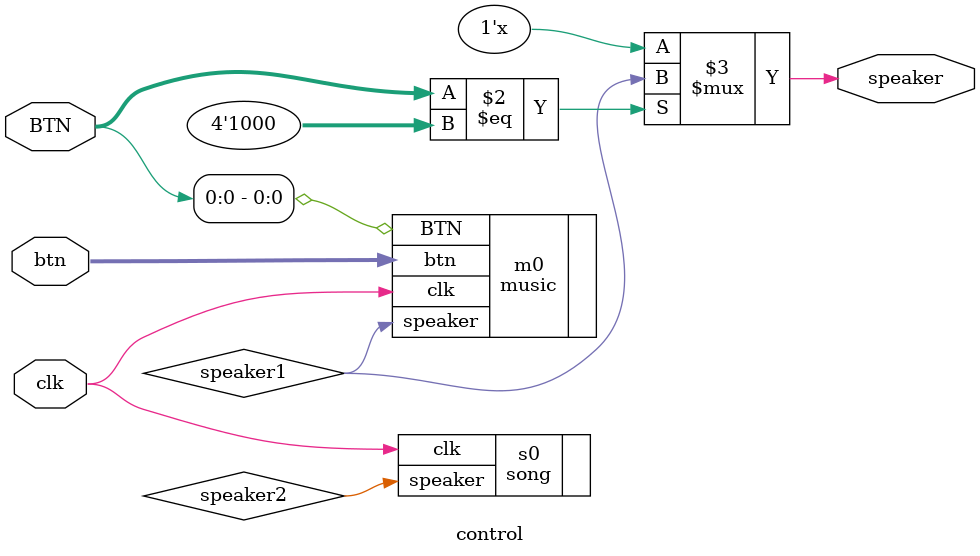
<source format=v>
module control(
    input [3:0] BTN,
    input clk,
    input [7:0] btn,
    output reg speaker
);
wire speaker1,speaker2;
music m0(
    .clk(clk),
    .BTN(BTN[0]),
    .btn(btn),
    .speaker(speaker1)
);

song s0(
    .clk(clk),
    .speaker(speaker2)
);
always @(*)begin
    if(BTN == 4'b1000)
        speaker <= speaker1;
end
endmodule

</source>
